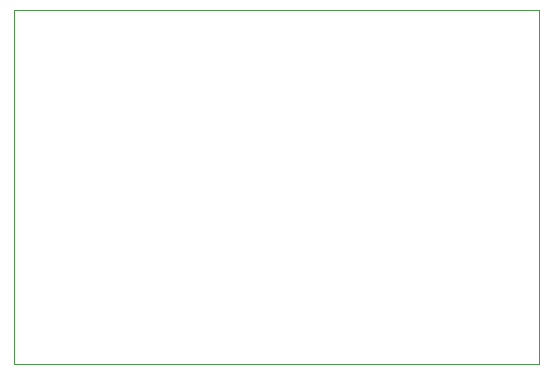
<source format=gm1>
G04 #@! TF.GenerationSoftware,KiCad,Pcbnew,(6.0.9)*
G04 #@! TF.CreationDate,2022-12-23T10:47:14+01:00*
G04 #@! TF.ProjectId,buck,6275636b-2e6b-4696-9361-645f70636258,rev?*
G04 #@! TF.SameCoordinates,Original*
G04 #@! TF.FileFunction,Profile,NP*
%FSLAX46Y46*%
G04 Gerber Fmt 4.6, Leading zero omitted, Abs format (unit mm)*
G04 Created by KiCad (PCBNEW (6.0.9)) date 2022-12-23 10:47:14*
%MOMM*%
%LPD*%
G01*
G04 APERTURE LIST*
G04 #@! TA.AperFunction,Profile*
%ADD10C,0.100000*%
G04 #@! TD*
G04 APERTURE END LIST*
D10*
X108712000Y-81661000D02*
X153190000Y-81661000D01*
X153190000Y-81661000D02*
X153190000Y-111709000D01*
X153190000Y-111709000D02*
X108712000Y-111709000D01*
X108712000Y-111709000D02*
X108712000Y-81661000D01*
M02*

</source>
